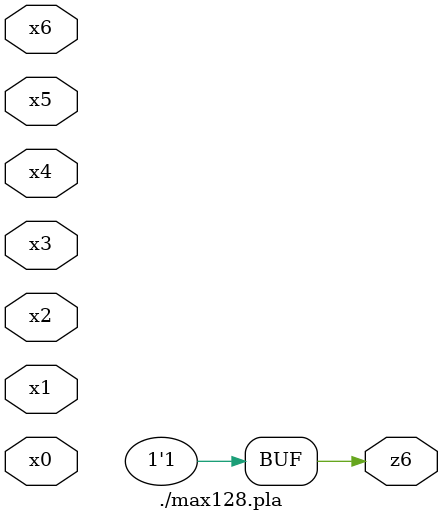
<source format=v>

module \./max128.pla  ( 
    x0, x1, x2, x3, x4, x5, x6,
    z6  );
  input  x0, x1, x2, x3, x4, x5, x6;
  output z6;
  assign z6 = 1'b1;
endmodule



</source>
